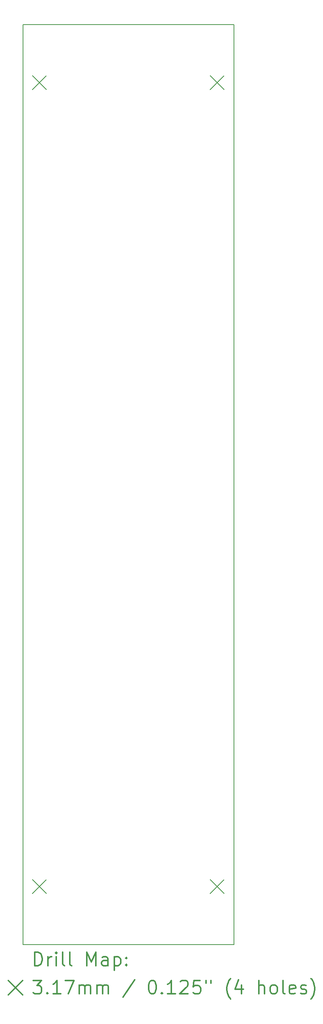
<source format=gbr>
%FSLAX45Y45*%
G04 Gerber Fmt 4.5, Leading zero omitted, Abs format (unit mm)*
G04 Created by KiCad (PCBNEW 4.0.7) date Thu May 24 18:36:57 2018*
%MOMM*%
%LPD*%
G01*
G04 APERTURE LIST*
%ADD10C,0.127000*%
%ADD11C,0.150000*%
%ADD12C,0.200000*%
%ADD13C,0.300000*%
G04 APERTURE END LIST*
D10*
D11*
X7102428Y-30300000D02*
X11836574Y-30300000D01*
X7102428Y-9700000D02*
X11836574Y-9700000D01*
X11836574Y-9700000D02*
X11836574Y-30300000D01*
X7102428Y-9700000D02*
X7102428Y-30300000D01*
D12*
X7316010Y-10841250D02*
X7633510Y-11158750D01*
X7633510Y-10841250D02*
X7316010Y-11158750D01*
X7316010Y-28841250D02*
X7633510Y-29158750D01*
X7633510Y-28841250D02*
X7316010Y-29158750D01*
X11305250Y-10841250D02*
X11622750Y-11158750D01*
X11622750Y-10841250D02*
X11305250Y-11158750D01*
X11305250Y-28841250D02*
X11622750Y-29158750D01*
X11622750Y-28841250D02*
X11305250Y-29158750D01*
D13*
X7366356Y-30773214D02*
X7366356Y-30473214D01*
X7437785Y-30473214D01*
X7480642Y-30487500D01*
X7509214Y-30516071D01*
X7523499Y-30544643D01*
X7537785Y-30601786D01*
X7537785Y-30644643D01*
X7523499Y-30701786D01*
X7509214Y-30730357D01*
X7480642Y-30758929D01*
X7437785Y-30773214D01*
X7366356Y-30773214D01*
X7666356Y-30773214D02*
X7666356Y-30573214D01*
X7666356Y-30630357D02*
X7680642Y-30601786D01*
X7694928Y-30587500D01*
X7723499Y-30573214D01*
X7752071Y-30573214D01*
X7852071Y-30773214D02*
X7852071Y-30573214D01*
X7852071Y-30473214D02*
X7837785Y-30487500D01*
X7852071Y-30501786D01*
X7866356Y-30487500D01*
X7852071Y-30473214D01*
X7852071Y-30501786D01*
X8037785Y-30773214D02*
X8009214Y-30758929D01*
X7994928Y-30730357D01*
X7994928Y-30473214D01*
X8194928Y-30773214D02*
X8166356Y-30758929D01*
X8152071Y-30730357D01*
X8152071Y-30473214D01*
X8537785Y-30773214D02*
X8537785Y-30473214D01*
X8637785Y-30687500D01*
X8737785Y-30473214D01*
X8737785Y-30773214D01*
X9009214Y-30773214D02*
X9009214Y-30616071D01*
X8994928Y-30587500D01*
X8966357Y-30573214D01*
X8909214Y-30573214D01*
X8880642Y-30587500D01*
X9009214Y-30758929D02*
X8980642Y-30773214D01*
X8909214Y-30773214D01*
X8880642Y-30758929D01*
X8866357Y-30730357D01*
X8866357Y-30701786D01*
X8880642Y-30673214D01*
X8909214Y-30658929D01*
X8980642Y-30658929D01*
X9009214Y-30644643D01*
X9152071Y-30573214D02*
X9152071Y-30873214D01*
X9152071Y-30587500D02*
X9180642Y-30573214D01*
X9237785Y-30573214D01*
X9266357Y-30587500D01*
X9280642Y-30601786D01*
X9294928Y-30630357D01*
X9294928Y-30716071D01*
X9280642Y-30744643D01*
X9266357Y-30758929D01*
X9237785Y-30773214D01*
X9180642Y-30773214D01*
X9152071Y-30758929D01*
X9423499Y-30744643D02*
X9437785Y-30758929D01*
X9423499Y-30773214D01*
X9409214Y-30758929D01*
X9423499Y-30744643D01*
X9423499Y-30773214D01*
X9423499Y-30587500D02*
X9437785Y-30601786D01*
X9423499Y-30616071D01*
X9409214Y-30601786D01*
X9423499Y-30587500D01*
X9423499Y-30616071D01*
X6777428Y-31108750D02*
X7094928Y-31426250D01*
X7094928Y-31108750D02*
X6777428Y-31426250D01*
X7337785Y-31103214D02*
X7523499Y-31103214D01*
X7423499Y-31217500D01*
X7466356Y-31217500D01*
X7494928Y-31231786D01*
X7509214Y-31246071D01*
X7523499Y-31274643D01*
X7523499Y-31346071D01*
X7509214Y-31374643D01*
X7494928Y-31388929D01*
X7466356Y-31403214D01*
X7380642Y-31403214D01*
X7352071Y-31388929D01*
X7337785Y-31374643D01*
X7652071Y-31374643D02*
X7666356Y-31388929D01*
X7652071Y-31403214D01*
X7637785Y-31388929D01*
X7652071Y-31374643D01*
X7652071Y-31403214D01*
X7952071Y-31403214D02*
X7780642Y-31403214D01*
X7866356Y-31403214D02*
X7866356Y-31103214D01*
X7837785Y-31146071D01*
X7809214Y-31174643D01*
X7780642Y-31188929D01*
X8052071Y-31103214D02*
X8252071Y-31103214D01*
X8123499Y-31403214D01*
X8366356Y-31403214D02*
X8366356Y-31203214D01*
X8366356Y-31231786D02*
X8380642Y-31217500D01*
X8409214Y-31203214D01*
X8452071Y-31203214D01*
X8480642Y-31217500D01*
X8494928Y-31246071D01*
X8494928Y-31403214D01*
X8494928Y-31246071D02*
X8509214Y-31217500D01*
X8537785Y-31203214D01*
X8580642Y-31203214D01*
X8609214Y-31217500D01*
X8623499Y-31246071D01*
X8623499Y-31403214D01*
X8766357Y-31403214D02*
X8766357Y-31203214D01*
X8766357Y-31231786D02*
X8780642Y-31217500D01*
X8809214Y-31203214D01*
X8852071Y-31203214D01*
X8880642Y-31217500D01*
X8894928Y-31246071D01*
X8894928Y-31403214D01*
X8894928Y-31246071D02*
X8909214Y-31217500D01*
X8937785Y-31203214D01*
X8980642Y-31203214D01*
X9009214Y-31217500D01*
X9023499Y-31246071D01*
X9023499Y-31403214D01*
X9609214Y-31088929D02*
X9352071Y-31474643D01*
X9994928Y-31103214D02*
X10023499Y-31103214D01*
X10052071Y-31117500D01*
X10066356Y-31131786D01*
X10080642Y-31160357D01*
X10094928Y-31217500D01*
X10094928Y-31288929D01*
X10080642Y-31346071D01*
X10066356Y-31374643D01*
X10052071Y-31388929D01*
X10023499Y-31403214D01*
X9994928Y-31403214D01*
X9966356Y-31388929D01*
X9952071Y-31374643D01*
X9937785Y-31346071D01*
X9923499Y-31288929D01*
X9923499Y-31217500D01*
X9937785Y-31160357D01*
X9952071Y-31131786D01*
X9966356Y-31117500D01*
X9994928Y-31103214D01*
X10223499Y-31374643D02*
X10237785Y-31388929D01*
X10223499Y-31403214D01*
X10209214Y-31388929D01*
X10223499Y-31374643D01*
X10223499Y-31403214D01*
X10523499Y-31403214D02*
X10352071Y-31403214D01*
X10437785Y-31403214D02*
X10437785Y-31103214D01*
X10409214Y-31146071D01*
X10380642Y-31174643D01*
X10352071Y-31188929D01*
X10637785Y-31131786D02*
X10652071Y-31117500D01*
X10680642Y-31103214D01*
X10752071Y-31103214D01*
X10780642Y-31117500D01*
X10794928Y-31131786D01*
X10809214Y-31160357D01*
X10809214Y-31188929D01*
X10794928Y-31231786D01*
X10623499Y-31403214D01*
X10809214Y-31403214D01*
X11080642Y-31103214D02*
X10937785Y-31103214D01*
X10923499Y-31246071D01*
X10937785Y-31231786D01*
X10966356Y-31217500D01*
X11037785Y-31217500D01*
X11066356Y-31231786D01*
X11080642Y-31246071D01*
X11094928Y-31274643D01*
X11094928Y-31346071D01*
X11080642Y-31374643D01*
X11066356Y-31388929D01*
X11037785Y-31403214D01*
X10966356Y-31403214D01*
X10937785Y-31388929D01*
X10923499Y-31374643D01*
X11209214Y-31103214D02*
X11209214Y-31160357D01*
X11323499Y-31103214D02*
X11323499Y-31160357D01*
X11766356Y-31517500D02*
X11752071Y-31503214D01*
X11723499Y-31460357D01*
X11709213Y-31431786D01*
X11694928Y-31388929D01*
X11680642Y-31317500D01*
X11680642Y-31260357D01*
X11694928Y-31188929D01*
X11709213Y-31146071D01*
X11723499Y-31117500D01*
X11752071Y-31074643D01*
X11766356Y-31060357D01*
X12009213Y-31203214D02*
X12009213Y-31403214D01*
X11937785Y-31088929D02*
X11866356Y-31303214D01*
X12052071Y-31303214D01*
X12394928Y-31403214D02*
X12394928Y-31103214D01*
X12523499Y-31403214D02*
X12523499Y-31246071D01*
X12509213Y-31217500D01*
X12480642Y-31203214D01*
X12437785Y-31203214D01*
X12409213Y-31217500D01*
X12394928Y-31231786D01*
X12709213Y-31403214D02*
X12680642Y-31388929D01*
X12666356Y-31374643D01*
X12652071Y-31346071D01*
X12652071Y-31260357D01*
X12666356Y-31231786D01*
X12680642Y-31217500D01*
X12709213Y-31203214D01*
X12752071Y-31203214D01*
X12780642Y-31217500D01*
X12794928Y-31231786D01*
X12809213Y-31260357D01*
X12809213Y-31346071D01*
X12794928Y-31374643D01*
X12780642Y-31388929D01*
X12752071Y-31403214D01*
X12709213Y-31403214D01*
X12980642Y-31403214D02*
X12952071Y-31388929D01*
X12937785Y-31360357D01*
X12937785Y-31103214D01*
X13209214Y-31388929D02*
X13180642Y-31403214D01*
X13123499Y-31403214D01*
X13094928Y-31388929D01*
X13080642Y-31360357D01*
X13080642Y-31246071D01*
X13094928Y-31217500D01*
X13123499Y-31203214D01*
X13180642Y-31203214D01*
X13209214Y-31217500D01*
X13223499Y-31246071D01*
X13223499Y-31274643D01*
X13080642Y-31303214D01*
X13337785Y-31388929D02*
X13366356Y-31403214D01*
X13423499Y-31403214D01*
X13452071Y-31388929D01*
X13466356Y-31360357D01*
X13466356Y-31346071D01*
X13452071Y-31317500D01*
X13423499Y-31303214D01*
X13380642Y-31303214D01*
X13352071Y-31288929D01*
X13337785Y-31260357D01*
X13337785Y-31246071D01*
X13352071Y-31217500D01*
X13380642Y-31203214D01*
X13423499Y-31203214D01*
X13452071Y-31217500D01*
X13566356Y-31517500D02*
X13580642Y-31503214D01*
X13609214Y-31460357D01*
X13623499Y-31431786D01*
X13637785Y-31388929D01*
X13652071Y-31317500D01*
X13652071Y-31260357D01*
X13637785Y-31188929D01*
X13623499Y-31146071D01*
X13609214Y-31117500D01*
X13580642Y-31074643D01*
X13566356Y-31060357D01*
M02*

</source>
